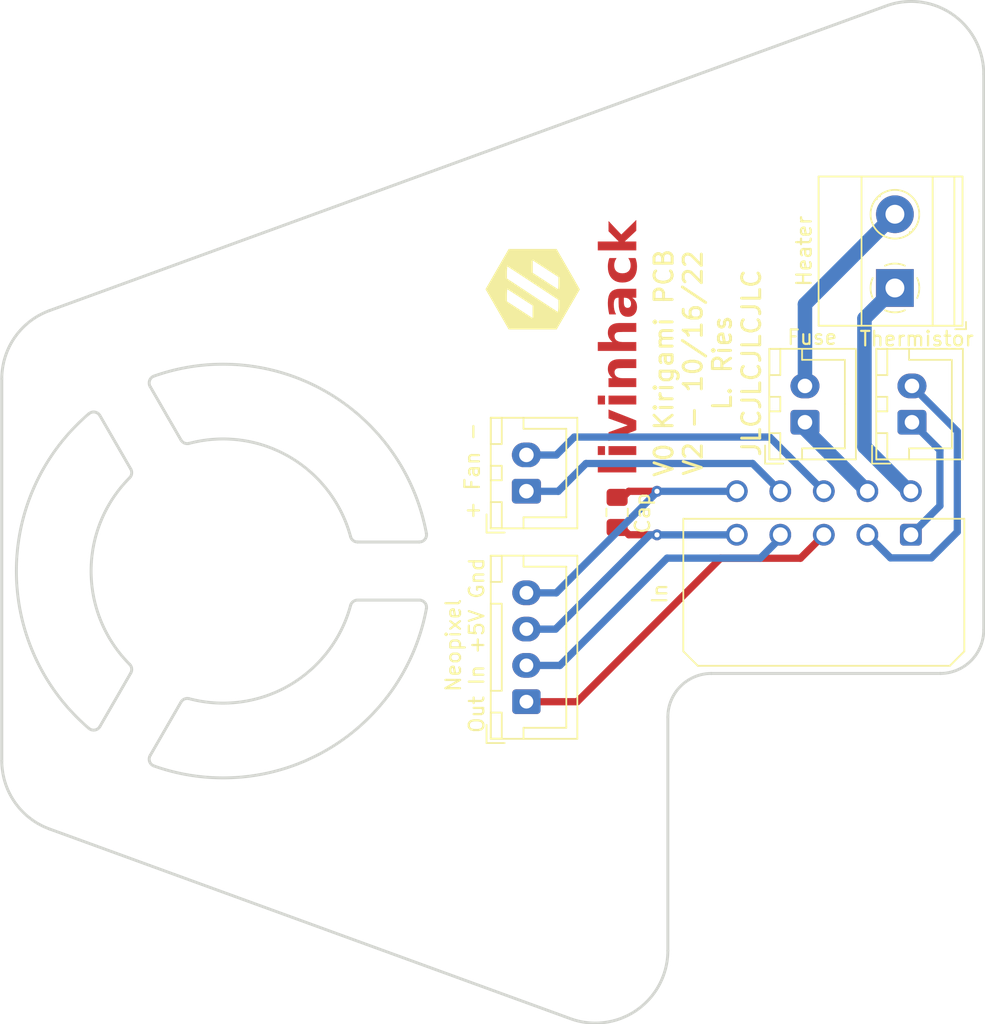
<source format=kicad_pcb>
(kicad_pcb (version 20221018) (generator pcbnew)
  (layers (0 "F.Cu" signal) (31 "B.Cu" signal) (34 "B.Paste" user) (35 "F.Paste" user) (36 "B.SilkS" user "B.Silkscreen") (37 "F.SilkS" user "F.Silkscreen") (38 "B.Mask" user) (39 "F.Mask" user) (44 "Edge.Cuts" user))
  (net 0 "")
  (net 1 "/Thermistor-Pad1")
  (net 2 "/Heater-Pad1")
  (net 3 "/Fuse")
  (net 4 "/Fan-")
  (net 5 "/Fan+")
  (net 6 "/NeopixelGND")
  (net 7 "/DataIn")
  (net 8 "/DataOut")
  (net 9 "/Neopixel5v")
  (net 10 "/Thermistor-Pad2")
  (net 11 "/Heater-Pad2")
  (footprint "MountingHole:MountingHole_3.2mm_M3" (layer "F.Cu") (at 168.69 52.6)
    (fp_text reference "H7" hide)
    (fp_text value "MountingHole_3.2mm_M3" hide)
    (pad "" np_thru_hole circle (at 0 0) (size 3.2 3.2) (drill 3.2) (layers "*.Cu" "*.Mask"))
  )
  (footprint "MountingHole:MountingHole_3.2mm_M3" (layer "F.Cu") (at 227.88 30.31)
    (fp_text reference "H4" hide)
    (fp_text value "MountingHole_3.2mm_M3" hide)
    (pad "" np_thru_hole circle (at 0 0) (size 3.2 3.2) (drill 3.2) (layers "*.Cu" "*.Mask"))
  )
  (footprint "Connector_JST:JST_XH_B2B-XH-A_1x02_P2.50mm_Vertical" (layer "F.Cu") (at 201.5 59 90)
    (fp_text reference "J5" hide)
    (fp_text value "Fan" hide)
    (fp_line (start -2.85 -2.75) (end -2.85 -1.5) (stroke (width 0.12)) (layer "F.SilkS"))
    (fp_line (start -2.56 -2.46) (end -2.56 3.51) (stroke (width 0.12)) (layer "F.SilkS"))
    (fp_line (start -2.56 3.51) (end 5.06 3.51) (stroke (width 0.12)) (layer "F.SilkS"))
    (fp_line (start -2.55 -2.45) (end -2.55 -1.7) (stroke (width 0.12)) (layer "F.SilkS"))
    (fp_line (start -2.55 -1.7) (end -0.75 -1.7) (stroke (width 0.12)) (layer "F.SilkS"))
    (fp_line (start -2.55 -0.2) (end -1.8 -0.2) (stroke (width 0.12)) (layer "F.SilkS"))
    (fp_line (start -1.8 -0.2) (end -1.8 2.75) (stroke (width 0.12)) (layer "F.SilkS"))
    (fp_line (start -1.8 2.75) (end 1.25 2.75) (stroke (width 0.12)) (layer "F.SilkS"))
    (fp_line (start -1.6 -2.75) (end -2.85 -2.75) (stroke (width 0.12)) (layer "F.SilkS"))
    (fp_line (start -0.75 -2.45) (end -2.55 -2.45) (stroke (width 0.12)) (layer "F.SilkS"))
    (fp_line (start -0.75 -1.7) (end -0.75 -2.45) (stroke (width 0.12)) (layer "F.SilkS"))
    (fp_line (start 0.75 -2.45) (end 0.75 -1.7) (stroke (width 0.12)) (layer "F.SilkS"))
    (fp_line (start 0.75 -1.7) (end 1.75 -1.7) (stroke (width 0.12)) (layer "F.SilkS"))
    (fp_line (start 1.75 -2.45) (end 0.75 -2.45) (stroke (width 0.12)) (layer "F.SilkS"))
    (fp_line (start 1.75 -1.7) (end 1.75 -2.45) (stroke (width 0.12)) (layer "F.SilkS"))
    (fp_line (start 3.25 -2.45) (end 3.25 -1.7) (stroke (width 0.12)) (layer "F.SilkS"))
    (fp_line (start 3.25 -1.7) (end 5.05 -1.7) (stroke (width 0.12)) (layer "F.SilkS"))
    (fp_line (start 4.3 -0.2) (end 4.3 2.75) (stroke (width 0.12)) (layer "F.SilkS"))
    (fp_line (start 4.3 2.75) (end 1.25 2.75) (stroke (width 0.12)) (layer "F.SilkS"))
    (fp_line (start 5.05 -2.45) (end 3.25 -2.45) (stroke (width 0.12)) (layer "F.SilkS"))
    (fp_line (start 5.05 -1.7) (end 5.05 -2.45) (stroke (width 0.12)) (layer "F.SilkS"))
    (fp_line (start 5.05 -0.2) (end 4.3 -0.2) (stroke (width 0.12)) (layer "F.SilkS"))
    (fp_line (start 5.06 -2.46) (end -2.56 -2.46) (stroke (width 0.12)) (layer "F.SilkS"))
    (fp_line (start 5.06 3.51) (end 5.06 -2.46) (stroke (width 0.12)) (layer "F.SilkS"))
    (pad "1" thru_hole roundrect (at 0 0 90) (size 1.7 2) (drill 1) (layers "*.Cu" "*.Mask") (roundrect_rratio 0.1470588235) (net 5 "/Fan+"))
    (pad "2" thru_hole oval (at 2.5 0 90) (size 1.7 2) (drill 1) (layers "*.Cu" "*.Mask") (net 4 "/Fan-"))
  )
  (footprint "Connector_JST:JST_XH_B2B-XH-A_1x02_P2.50mm_Vertical" (layer "F.Cu") (at 220.7 54.25 90)
    (fp_text reference "J4" hide)
    (fp_text value "Fuse" hide)
    (fp_line (start -2.85 -2.75) (end -2.85 -1.5) (stroke (width 0.12)) (layer "F.SilkS"))
    (fp_line (start -2.56 -2.46) (end -2.56 3.51) (stroke (width 0.12)) (layer "F.SilkS"))
    (fp_line (start -2.56 3.51) (end 5.06 3.51) (stroke (width 0.12)) (layer "F.SilkS"))
    (fp_line (start -2.55 -2.45) (end -2.55 -1.7) (stroke (width 0.12)) (layer "F.SilkS"))
    (fp_line (start -2.55 -1.7) (end -0.75 -1.7) (stroke (width 0.12)) (layer "F.SilkS"))
    (fp_line (start -2.55 -0.2) (end -1.8 -0.2) (stroke (width 0.12)) (layer "F.SilkS"))
    (fp_line (start -1.8 -0.2) (end -1.8 2.75) (stroke (width 0.12)) (layer "F.SilkS"))
    (fp_line (start -1.8 2.75) (end 1.25 2.75) (stroke (width 0.12)) (layer "F.SilkS"))
    (fp_line (start -1.6 -2.75) (end -2.85 -2.75) (stroke (width 0.12)) (layer "F.SilkS"))
    (fp_line (start -0.75 -2.45) (end -2.55 -2.45) (stroke (width 0.12)) (layer "F.SilkS"))
    (fp_line (start -0.75 -1.7) (end -0.75 -2.45) (stroke (width 0.12)) (layer "F.SilkS"))
    (fp_line (start 0.75 -2.45) (end 0.75 -1.7) (stroke (width 0.12)) (layer "F.SilkS"))
    (fp_line (start 0.75 -1.7) (end 1.75 -1.7) (stroke (width 0.12)) (layer "F.SilkS"))
    (fp_line (start 1.75 -2.45) (end 0.75 -2.45) (stroke (width 0.12)) (layer "F.SilkS"))
    (fp_line (start 1.75 -1.7) (end 1.75 -2.45) (stroke (width 0.12)) (layer "F.SilkS"))
    (fp_line (start 3.25 -2.45) (end 3.25 -1.7) (stroke (width 0.12)) (layer "F.SilkS"))
    (fp_line (start 3.25 -1.7) (end 5.05 -1.7) (stroke (width 0.12)) (layer "F.SilkS"))
    (fp_line (start 4.3 -0.2) (end 4.3 2.75) (stroke (width 0.12)) (layer "F.SilkS"))
    (fp_line (start 4.3 2.75) (end 1.25 2.75) (stroke (width 0.12)) (layer "F.SilkS"))
    (fp_line (start 5.05 -2.45) (end 3.25 -2.45) (stroke (width 0.12)) (layer "F.SilkS"))
    (fp_line (start 5.05 -1.7) (end 5.05 -2.45) (stroke (width 0.12)) (layer "F.SilkS"))
    (fp_line (start 5.05 -0.2) (end 4.3 -0.2) (stroke (width 0.12)) (layer "F.SilkS"))
    (fp_line (start 5.06 -2.46) (end -2.56 -2.46) (stroke (width 0.12)) (layer "F.SilkS"))
    (fp_line (start 5.06 3.51) (end 5.06 -2.46) (stroke (width 0.12)) (layer "F.SilkS"))
    (pad "1" thru_hole roundrect (at 0 0 90) (size 1.7 2) (drill 1) (layers "*.Cu" "*.Mask") (roundrect_rratio 0.1470588235) (net 3 "/Fuse"))
    (pad "2" thru_hole oval (at 2.5 0 90) (size 1.7 2) (drill 1) (layers "*.Cu" "*.Mask") (net 11 "/Heater-Pad2"))
  )
  (footprint "Connector_JST:JST_XH_B4B-XH-A_1x04_P2.50mm_Vertical" (layer "F.Cu") (at 201.5 73.5 90)
    (fp_text reference "J6" hide)
    (fp_text value "Neopixel" hide)
    (fp_line (start -2.85 -2.75) (end -2.85 -1.5) (stroke (width 0.12)) (layer "F.SilkS"))
    (fp_line (start -2.56 -2.46) (end -2.56 3.51) (stroke (width 0.12)) (layer "F.SilkS"))
    (fp_line (start -2.56 3.51) (end 10.06 3.51) (stroke (width 0.12)) (layer "F.SilkS"))
    (fp_line (start -2.55 -2.45) (end -2.55 -1.7) (stroke (width 0.12)) (layer "F.SilkS"))
    (fp_line (start -2.55 -1.7) (end -0.75 -1.7) (stroke (width 0.12)) (layer "F.SilkS"))
    (fp_line (start -2.55 -0.2) (end -1.8 -0.2) (stroke (width 0.12)) (layer "F.SilkS"))
    (fp_line (start -1.8 -0.2) (end -1.8 2.75) (stroke (width 0.12)) (layer "F.SilkS"))
    (fp_line (start -1.8 2.75) (end 3.75 2.75) (stroke (width 0.12)) (layer "F.SilkS"))
    (fp_line (start -1.6 -2.75) (end -2.85 -2.75) (stroke (width 0.12)) (layer "F.SilkS"))
    (fp_line (start -0.75 -2.45) (end -2.55 -2.45) (stroke (width 0.12)) (layer "F.SilkS"))
    (fp_line (start -0.75 -1.7) (end -0.75 -2.45) (stroke (width 0.12)) (layer "F.SilkS"))
    (fp_line (start 0.75 -2.45) (end 0.75 -1.7) (stroke (width 0.12)) (layer "F.SilkS"))
    (fp_line (start 0.75 -1.7) (end 6.75 -1.7) (stroke (width 0.12)) (layer "F.SilkS"))
    (fp_line (start 6.75 -2.45) (end 0.75 -2.45) (stroke (width 0.12)) (layer "F.SilkS"))
    (fp_line (start 6.75 -1.7) (end 6.75 -2.45) (stroke (width 0.12)) (layer "F.SilkS"))
    (fp_line (start 8.25 -2.45) (end 8.25 -1.7) (stroke (width 0.12)) (layer "F.SilkS"))
    (fp_line (start 8.25 -1.7) (end 10.05 -1.7) (stroke (width 0.12)) (layer "F.SilkS"))
    (fp_line (start 9.3 -0.2) (end 9.3 2.75) (stroke (width 0.12)) (layer "F.SilkS"))
    (fp_line (start 9.3 2.75) (end 3.75 2.75) (stroke (width 0.12)) (layer "F.SilkS"))
    (fp_line (start 10.05 -2.45) (end 8.25 -2.45) (stroke (width 0.12)) (layer "F.SilkS"))
    (fp_line (start 10.05 -1.7) (end 10.05 -2.45) (stroke (width 0.12)) (layer "F.SilkS"))
    (fp_line (start 10.05 -0.2) (end 9.3 -0.2) (stroke (width 0.12)) (layer "F.SilkS"))
    (fp_line (start 10.06 -2.46) (end -2.56 -2.46) (stroke (width 0.12)) (layer "F.SilkS"))
    (fp_line (start 10.06 3.51) (end 10.06 -2.46) (stroke (width 0.12)) (layer "F.SilkS"))
    (pad "1" thru_hole roundrect (at 0 0 90) (size 1.7 1.95) (drill 0.95) (layers "*.Cu" "*.Mask") (roundrect_rratio 0.1470588235) (net 8 "/DataOut"))
    (pad "2" thru_hole oval (at 2.5 0 90) (size 1.7 1.95) (drill 0.95) (layers "*.Cu" "*.Mask") (net 7 "/DataIn"))
    (pad "3" thru_hole oval (at 5 0 90) (size 1.7 1.95) (drill 0.95) (layers "*.Cu" "*.Mask") (net 9 "/Neopixel5v"))
    (pad "4" thru_hole oval (at 7.5 0 90) (size 1.7 1.95) (drill 0.95) (layers "*.Cu" "*.Mask") (net 6 "/NeopixelGND"))
  )
  (footprint "Connector_JST:JST_XH_B2B-XH-A_1x02_P2.50mm_Vertical" (layer "F.Cu") (at 228.075 54.25 90)
    (fp_text reference "J2" hide)
    (fp_text value "Thermistor" hide)
    (fp_line (start -2.85 -2.75) (end -2.85 -1.5) (stroke (width 0.12)) (layer "F.SilkS"))
    (fp_line (start -2.56 -2.46) (end -2.56 3.51) (stroke (width 0.12)) (layer "F.SilkS"))
    (fp_line (start -2.56 3.51) (end 5.06 3.51) (stroke (width 0.12)) (layer "F.SilkS"))
    (fp_line (start -2.55 -2.45) (end -2.55 -1.7) (stroke (width 0.12)) (layer "F.SilkS"))
    (fp_line (start -2.55 -1.7) (end -0.75 -1.7) (stroke (width 0.12)) (layer "F.SilkS"))
    (fp_line (start -2.55 -0.2) (end -1.8 -0.2) (stroke (width 0.12)) (layer "F.SilkS"))
    (fp_line (start -1.8 -0.2) (end -1.8 2.75) (stroke (width 0.12)) (layer "F.SilkS"))
    (fp_line (start -1.8 2.75) (end 1.25 2.75) (stroke (width 0.12)) (layer "F.SilkS"))
    (fp_line (start -1.6 -2.75) (end -2.85 -2.75) (stroke (width 0.12)) (layer "F.SilkS"))
    (fp_line (start -0.75 -2.45) (end -2.55 -2.45) (stroke (width 0.12)) (layer "F.SilkS"))
    (fp_line (start -0.75 -1.7) (end -0.75 -2.45) (stroke (width 0.12)) (layer "F.SilkS"))
    (fp_line (start 0.75 -2.45) (end 0.75 -1.7) (stroke (width 0.12)) (layer "F.SilkS"))
    (fp_line (start 0.75 -1.7) (end 1.75 -1.7) (stroke (width 0.12)) (layer "F.SilkS"))
    (fp_line (start 1.75 -2.45) (end 0.75 -2.45) (stroke (width 0.12)) (layer "F.SilkS"))
    (fp_line (start 1.75 -1.7) (end 1.75 -2.45) (stroke (width 0.12)) (layer "F.SilkS"))
    (fp_line (start 3.25 -2.45) (end 3.25 -1.7) (stroke (width 0.12)) (layer "F.SilkS"))
    (fp_line (start 3.25 -1.7) (end 5.05 -1.7) (stroke (width 0.12)) (layer "F.SilkS"))
    (fp_line (start 4.3 -0.2) (end 4.3 2.75) (stroke (width 0.12)) (layer "F.SilkS"))
    (fp_line (start 4.3 2.75) (end 1.25 2.75) (stroke (width 0.12)) (layer "F.SilkS"))
    (fp_line (start 5.05 -2.45) (end 3.25 -2.45) (stroke (width 0.12)) (layer "F.SilkS"))
    (fp_line (start 5.05 -1.7) (end 5.05 -2.45) (stroke (width 0.12)) (layer "F.SilkS"))
    (fp_line (start 5.05 -0.2) (end 4.3 -0.2) (stroke (width 0.12)) (layer "F.SilkS"))
    (fp_line (start 5.06 -2.46) (end -2.56 -2.46) (stroke (width 0.12)) (layer "F.SilkS"))
    (fp_line (start 5.06 3.51) (end 5.06 -2.46) (stroke (width 0.12)) (layer "F.SilkS"))
    (pad "1" thru_hole roundrect (at 0 0 90) (size 1.7 2) (drill 1) (layers "*.Cu" "*.Mask") (roundrect_rratio 0.1470588235) (net 1 "/Thermistor-Pad1"))
    (pad "2" thru_hole oval (at 2.5 0 90) (size 1.7 2) (drill 1) (layers "*.Cu" "*.Mask") (net 10 "/Thermistor-Pad2"))
  )
  (footprint "MountingHole:MountingHole_3.2mm_M3" (layer "F.Cu") (at 187.72 83.9)
    (fp_text reference "H1" hide)
    (fp_text value "MountingHole_3.2mm_M3" hide)
    (pad "" np_thru_hole circle (at 0 0) (size 3.2 3.2) (drill 3.2) (layers "*.Cu" "*.Mask"))
  )
  (footprint "MountingHole:MountingHole_3.2mm_M3" (layer "F.Cu") (at 192.49 76.4)
    (fp_text reference "H6" hide)
    (fp_text value "MountingHole_3.2mm_M3" hide)
    (pad "" np_thru_hole circle (at 0 0) (size 3.2 3.2) (drill 3.2) (layers "*.Cu" "*.Mask"))
  )
  (footprint "KiriPCB:METZ CONNECT USA Inc. - TERM BLK 2P SIDE ENT 5.08MM PCB" (layer "F.Cu") (at 226.9 45 90)
    (fp_text reference "J3" hide)
    (fp_text value "Heater" hide)
    (fp_line (start -2.84 4.16) (end -2.84 4.9) (stroke (width 0.12)) (layer "F.SilkS"))
    (fp_line (start -2.84 4.9) (end -2.34 4.9) (stroke (width 0.12)) (layer "F.SilkS"))
    (fp_line (start -2.6 -5.261) (end -2.6 4.66) (stroke (width 0.12)) (layer "F.SilkS"))
    (fp_line (start -2.6 -5.261) (end 7.68 -5.261) (stroke (width 0.12)) (layer "F.SilkS"))
    (fp_line (start -2.6 -2.301) (end 7.68 -2.301) (stroke (width 0.12)) (layer "F.SilkS"))
    (fp_line (start -2.6 2.6) (end 7.68 2.6) (stroke (width 0.12)) (layer "F.SilkS"))
    (fp_line (start -2.6 4.1) (end 7.68 4.1) (stroke (width 0.12)) (layer "F.SilkS"))
    (fp_line (start -2.6 4.66) (end 7.68 4.66) (stroke (width 0.12)) (layer "F.SilkS"))
    (fp_line (start 3.853 1.023) (end 3.806 1.069) (stroke (width 0.12)) (layer "F.SilkS"))
    (fp_line (start 4.046 1.239) (end 4.011 1.274) (stroke (width 0.12)) (layer "F.SilkS"))
    (fp_line (start 6.15 -1.275) (end 6.115 -1.239) (stroke (width 0.12)) (layer "F.SilkS"))
    (fp_line (start 6.355 -1.069) (end 6.308 -1.023) (stroke (width 0.12)) (layer "F.SilkS"))
    (fp_line (start 7.68 -5.261) (end 7.68 4.66) (stroke (width 0.12)) (layer "F.SilkS"))
    (fp_arc (start -1.535427 0.683042) (mid -1.680501 -0.000524) (end -1.535 -0.684) (stroke (width 0.12)) (layer "F.SilkS"))
    (fp_arc (start -0.683042 -1.535427) (mid 0.000524 -1.680501) (end 0.684 -1.535) (stroke (width 0.12)) (layer "F.SilkS"))
    (fp_arc (start 0.028805 1.680253) (mid -0.335551 1.646659) (end -0.684 1.535) (stroke (width 0.12)) (layer "F.SilkS"))
    (fp_arc (start 0.683318 1.534756) (mid 0.349292 1.643288) (end 0 1.68) (stroke (width 0.12)) (layer "F.SilkS"))
    (fp_arc (start 1.535427 -0.683042) (mid 1.680501 0.000524) (end 1.535 0.684) (stroke (width 0.12)) (layer "F.SilkS"))
    (fp_circle (center 5.08 0) (end 6.76 0) (stroke (width 0.12)) (fill none) (layer "F.SilkS"))
    (pad "1" thru_hole rect (at 0 0 90) (size 2.6 2.6) (drill 1.3) (layers "*.Cu" "*.Mask") (net 2 "/Heater-Pad1"))
    (pad "2" thru_hole circle (at 5.08 0 90) (size 2.6 2.6) (drill 1.3) (layers "*.Cu" "*.Mask") (net 11 "/Heater-Pad2"))
  )
  (footprint "Capacitor_SMD:C_0805_2012Metric_Pad1.18x1.45mm_HandSolder" (layer "F.Cu") (at 207.75 60.4625 90)
    (fp_text reference "C1" hide)
    (fp_text value "Cap" hide)
    (fp_line (start -0.261252 -0.735) (end 0.261252 -0.735) (stroke (width 0.12)) (layer "F.SilkS"))
    (fp_line (start -0.261252 0.735) (end 0.261252 0.735) (stroke (width 0.12)) (layer "F.SilkS"))
    (pad "1" smd roundrect (at -1.0375 0 90) (size 1.175 1.45) (layers "F.Cu" "F.Paste" "F.Mask") (roundrect_rratio 0.2127659574) (net 9 "/Neopixel5v"))
    (pad "2" smd roundrect (at 1.0375 0 90) (size 1.175 1.45) (layers "F.Cu" "F.Paste" "F.Mask") (roundrect_rratio 0.2127659574) (net 6 "/NeopixelGND"))
  )
  (footprint "MountingHole:MountingHole_3.2mm_M3" (layer "F.Cu") (at 187.71 44.92)
    (fp_text reference "H3" hide)
    (fp_text value "MountingHole_3.2mm_M3" hide)
    (pad "" np_thru_hole circle (at 0 0) (size 3.2 3.2) (drill 3.2) (layers "F&B.Cu" "*.Mask"))
  )
  (footprint "MountingHole:MountingHole_3.2mm_M3" (layer "F.Cu") (at 192.49 52.6)
    (fp_text reference "H8" hide)
    (fp_text value "MountingHole_3.2mm_M3" hide)
    (pad "" np_thru_hole circle (at 0 0) (size 3.2 3.2) (drill 3.2) (layers "*.Cu" "*.Mask"))
  )
  (footprint "MountingHole:MountingHole_3.2mm_M3" (layer "F.Cu") (at 168.69 76.4)
    (fp_text reference "H5" hide)
    (fp_text value "MountingHole_3.2mm_M3" hide)
    (pad "" np_thru_hole circle (at 0 0) (size 3.2 3.2) (drill 3.2) (layers "*.Cu" "*.Mask"))
  )
  (footprint "MountingHole:MountingHole_3.2mm_M3" (layer "F.Cu") (at 206.25 90.64)
    (fp_text reference "H2" hide)
    (fp_text value "MountingHole_3.2mm_M3" hide)
    (pad "" np_thru_hole circle (at 0 0) (size 3.2 3.2) (drill 3.2) (layers "*.Cu" "*.Mask"))
  )
  (footprint "KiriPCB:Molex_Micro-Fit_3.0_43045-1000_2x05_P3.00mm_Horizontal" (layer "F.Cu") (at 228 62 180)
    (fp_text reference "J1" hide)
    (fp_text value "In" hide)
    (fp_line (start -3.685 -8.03) (end -2.685 -9.03) (stroke (width 0.12)) (layer "F.SilkS"))
    (fp_line (start -3.685 1.1) (end -3.685 -8.03) (stroke (width 0.12)) (layer "F.SilkS"))
    (fp_line (start -2.685 -9.03) (end 14.685 -9.03) (stroke (width 0.12)) (layer "F.SilkS"))
    (fp_line (start 14.685 -9.03) (end 15.685 -8.03) (stroke (width 0.12)) (layer "F.SilkS"))
    (fp_line (start 15.685 -8.03) (end 15.685 1.1) (stroke (width 0.12)) (layer "F.SilkS"))
    (fp_line (start 15.685 1.1) (end -3.685 1.1) (stroke (width 0.12)) (layer "F.SilkS"))
    (pad "" np_thru_hole circle (at 2.16 -4.32 180) (size 3 3) (drill 3) (layers "*.Cu" "*.Mask"))
    (pad "" np_thru_hole circle (at 9.86 -4.32 180) (size 3 3) (drill 3) (layers "*.Cu" "*.Mask"))
    (pad "1" thru_hole roundrect (at 0 0 180) (size 1.5 1.5) (drill 1.02) (layers "*.Cu" "*.Mask") (roundrect_rratio 0.1666673333) (net 1 "/Thermistor-Pad1"))
    (pad "2" thru_hole circle (at 3 0 180) (size 1.5 1.5) (drill 1.02) (layers "*.Cu" "*.Mask") (net 10 "/Thermistor-Pad2"))
    (pad "3" thru_hole circle (at 6 0 180) (size 1.5 1.5) (drill 1.02) (layers "*.Cu" "*.Mask") (net 8 "/DataOut"))
    (pad "4" thru_hole circle (at 9 0 180) (size 1.5 1.5) (drill 1.02) (layers "*.Cu" "*.Mask") (net 7 "/DataIn"))
    (pad "5" thru_hole circle (at 12 0 180) (size 1.5 1.5) (drill 1.02) (layers "*.Cu" "*.Mask") (net 9 "/Neopixel5v"))
    (pad "6" thru_hole circle (at 0 3 180) (size 1.5 1.5) (drill 1.02) (layers "*.Cu" "*.Mask") (net 2 "/Heater-Pad1"))
    (pad "7" thru_hole circle (at 3 3 180) (size 1.5 1.5) (drill 1.02) (layers "*.Cu" "*.Mask") (net 3 "/Fuse"))
    (pad "8" thru_hole circle (at 6 3 180) (size 1.5 1.5) (drill 1.02) (layers "*.Cu" "*.Mask") (net 4 "/Fan-"))
    (pad "9" thru_hole circle (at 9 3 180) (size 1.5 1.5) (drill 1.02) (layers "*.Cu" "*.Mask") (net 5 "/Fan+"))
    (pad "10" thru_hole circle (at 12 3 180) (size 1.5 1.5) (drill 1.02) (layers "*.Cu" "*.Mask") (net 6 "/NeopixelGND"))
  )
  (footprint "TRA_KiCad_Footprints:VoronLogo_6pt5mm_silkScreen" (layer "F.Cu") (at 201.93 45.085 90)
    (fp_text reference "G***" hide)
    (fp_text value "LOGO" hide)
    (fp_poly (pts (xy 2.7686 -1.64985) (xy 2.7686 1.649849) (xy 1.379308 2.450524) (xy 1.039339 2.646185) (xy 0.729012 2.824267) (xy 0.458882 2.978754) (xy 0.239505 3.10363) (xy 0.081439 3.192877) (xy -0.004761 3.240478) (xy -0.017692 3.24677) (xy -0.061819 3.221166) (xy -0.183209 3.150713) (xy -0.371255 3.041566) (xy -0.615351 2.899881) (xy -0.904891 2.731815) (xy -1.229269 2.543525) (xy -1.397 2.446162) (xy -2.622352 1.734876) (xy -1.566334 1.734876) (xy -1.527559 1.754402) (xy -1.409521 1.769187) (xy -1.234533 1.776891) (xy -1.159934 1.777479) (xy -0.7366 1.776959) (xy -0.722179 1.755076) (xy 0 1.755076) (xy 0.04685 1.765563) (xy 0.171616 1.7735) (xy 0.350623 1.777596) (xy 0.4191 1.777886) (xy 0.8382 1.777772) (xy 1.3208 1.034043) (xy 1.485838 0.779678) (xy 1.637963 0.545166) (xy 1.765863 0.347951) (xy 1.858223 0.205476) (xy 1.897288 0.145156) (xy 1.991177 0) (xy 1.129093 0) (xy 0.564546 0.866076) (xy 0.394034 1.128735) (xy 0.244186 1.361619) (xy 0.123286 1.551683) (xy 0.039618 1.685882) (xy 0.001465 1.751172) (xy 0 1.755076) (xy -0.722179 1.755076) (xy 0.4064 0.042603) (xy 0.654036 -0.333568) (xy 0.884037 -0.683745) (xy 1.09042 -0.998762) (xy 1.267202 -1.269449) (xy 1.408399 -1.486639) (xy 1.508029 -1.641163) (xy 1.560108 -1.723852) (xy 1.566333 -1.734877) (xy 1.527558 -1.754403) (xy 1.40952 -1.769188) (xy 1.234532 -1.776892) (xy 1.159933 -1.77748) (xy 0.7366 -1.77696) (xy -0.4064 -0.042604) (xy -0.654037 0.333567) (xy -0.884038 0.683744) (xy -1.090421 0.998761) (xy -1.267203 1.269448) (xy -1.4084 1.486638) (xy -1.50803 1.641162) (xy -1.560109 1.723851) (xy -1.566334 1.734876) (xy -2.622352 1.734876) (xy -2.7686 1.649983) (xy -2.7686 0) (xy -1.991178 0) (xy -1.129094 0) (xy -0.564547 -0.866077) (xy -0.394035 -1.128736) (xy -0.244187 -1.36162) (xy -0.123287 -1.551684) (xy -0.039619 -1.685883) (xy -0.001466 -1.751173) (xy 0 -1.755077) (xy -0.046851 -1.765564) (xy -0.171617 -1.773501) (xy -0.350624 -1.777597) (xy -0.4191 -1.777887) (xy -0.8382 -1.777773) (xy -1.3208 -1.034044) (xy -1.485839 -0.779679) (xy -1.637964 -0.545167) (xy -1.765864 -0.347952) (xy -1.858224 -0.205477) (xy -1.897289 -0.145157) (xy -1.991178 0) (xy -2.7686 0) (xy -2.7686 -1.64985) (xy 0 -3.245448) (xy 2.7686 -1.64985)) (stroke (width 0.01)) (fill solid) (layer "F.SilkS"))
  )
  (gr_arc (start 172.101012 75.210523) (mid 171.752778 75.453283) (end 171.343436 75.340863) (stroke (width 0.2)) (layer "Edge.Cuts"))
  (gr_arc (start 189.379488 66.870943) (mid 185.143472 72.381983) (end 178.252763 73.294961) (stroke (width 0.2)) (layer "Edge.Cuts"))
  (gr_arc (start 211.25 90.643704) (mid 209.117882 94.739463) (end 204.539899 95.342167) (stroke (width 0.2)) (layer "Edge.Cuts"))
  (gr_arc (start 189.379488 66.870943) (mid 189.558183 66.604222) (end 189.862236 66.501151) (stroke (width 0.2)) (layer "Edge.Cuts"))
  (gr_arc (start 178.252763 55.707342) (mid 185.143471 56.620321) (end 189.379488 62.13136) (stroke (width 0.2)) (layer "Edge.Cuts"))
  (gr_line (start 175.565113 77.210523) (end 177.69114 73.528137) (stroke (width 0.2)) (layer "Edge.Cuts"))
  (gr_arc (start 174.148163 70.925169) (mid 171.493471 64.501151) (end 174.148163 58.077134) (stroke (width 0.2)) (layer "Edge.Cuts"))
  (gr_arc (start 194.605954 67.09206) (mid 187.718471 76.842013) (end 175.831023 77.931773) (stroke (width 0.2)) (layer "Edge.Cuts"))
  (gr_line (start 204.539899 95.342167) (end 168.628944 82.271648) (stroke (width 0.2)) (layer "Edge.Cuts"))
  (gr_arc (start 177.69114 73.528137) (mid 177.932429 73.316356) (end 178.252763 73.294961) (stroke (width 0.2)) (layer "Edge.Cuts"))
  (gr_line (start 165.339045 77.573185) (end 165.339045 51.255714) (stroke (width 0.2)) (layer "Edge.Cuts"))
  (gr_line (start 230.023094 71.556634) (end 214.25 71.556634) (stroke (width 0.2)) (layer "Edge.Cuts"))
  (gr_line (start 194.114288 62.501151) (end 189.862236 62.501151) (stroke (width 0.2)) (layer "Edge.Cuts"))
  (gr_line (start 172.101012 53.79178) (end 174.227038 57.474166) (stroke (width 0.2)) (layer "Edge.Cuts"))
  (gr_line (start 211.25 74.556634) (end 211.25 90.643704) (stroke (width 0.2)) (layer "Edge.Cuts"))
  (gr_arc (start 211.25 74.556634) (mid 212.12868 72.435314) (end 214.25 71.556634) (stroke (width 0.2)) (layer "Edge.Cuts"))
  (gr_arc (start 168.628944 82.271648) (mid 166.243285 80.441067) (end 165.339045 77.573185) (stroke (width 0.2)) (layer "Edge.Cuts"))
  (gr_line (start 177.69114 55.474166) (end 175.565113 51.79178) (stroke (width 0.2)) (layer "Edge.Cuts"))
  (gr_arc (start 165.339045 51.255714) (mid 166.243285 48.387832) (end 168.628944 46.557251) (stroke (width 0.2)) (layer "Edge.Cuts"))
  (gr_line (start 233.023072 30.260446) (end 233.023072 68.545106) (stroke (width 0.2)) (layer "Edge.Cuts"))
  (gr_arc (start 171.343436 53.661439) (mid 171.752778 53.54902) (end 172.101012 53.79178) (stroke (width 0.2)) (layer "Edge.Cuts"))
  (gr_line (start 174.227038 71.528137) (end 172.101012 75.210523) (stroke (width 0.2)) (layer "Edge.Cuts"))
  (gr_arc (start 194.605954 61.910242) (mid 194.498641 62.320952) (end 194.114288 62.501151) (stroke (width 0.2)) (layer "Edge.Cuts"))
  (gr_arc (start 175.831023 77.931773) (mid 175.528994 77.633482) (end 175.565113 77.210523) (stroke (width 0.2)) (layer "Edge.Cuts"))
  (gr_arc (start 174.148163 70.925169) (mid 174.289801 71.213284) (end 174.227038 71.528137) (stroke (width 0.2)) (layer "Edge.Cuts"))
  (gr_line (start 168.628944 46.557251) (end 226.312971 25.561983) (stroke (width 0.2)) (layer "Edge.Cuts"))
  (gr_arc (start 226.312971 25.561983) (mid 230.890954 26.164686) (end 233.023072 30.260446) (stroke (width 0.2)) (layer "Edge.Cuts"))
  (gr_line (start 189.862236 66.501151) (end 194.114288 66.501151) (stroke (width 0.2)) (layer "Edge.Cuts"))
  (gr_arc (start 175.831023 51.07053) (mid 187.718471 52.160289) (end 194.605954 61.910242) (stroke (width 0.2)) (layer "Edge.Cuts"))
  (gr_arc (start 175.565113 51.79178) (mid 175.528994 51.368821) (end 175.831023 51.07053) (stroke (width 0.2)) (layer "Edge.Cuts"))
  (gr_arc (start 171.343436 75.340863) (mid 166.343471 64.501151) (end 171.343436 53.661439) (stroke (width 0.2)) (layer "Edge.Cuts"))
  (gr_arc (start 233.023072 68.545106) (mid 232.148486 70.673875) (end 230.023094 71.556634) (stroke (width 0.2)) (layer "Edge.Cuts"))
  (gr_arc (start 178.252763 55.707342) (mid 177.932429 55.685947) (end 177.69114 55.474166) (stroke (width 0.2)) (layer "Edge.Cuts"))
  (gr_arc (start 194.114288 66.501151) (mid 194.498641 66.68135) (end 194.605954 67.09206) (stroke (width 0.2)) (layer "Edge.Cuts"))
  (gr_arc (start 189.862236 62.501151) (mid 189.558183 62.39808) (end 189.379488 62.13136) (stroke (width 0.2)) (layer "Edge.Cuts"))
  (gr_arc (start 174.227038 57.474166) (mid 174.289801 57.789019) (end 174.148163 58.077134) (stroke (width 0.2)) (layer "Edge.Cuts"))
  (gr_text "livinhack" (at 209.5 58 90) (layer "F.Cu") (effects (font (size 2.5 2.5) (thickness 0.3) bold) (justify left bottom)))
  (gr_text "V0 Kirigami PCB\nV2 - 10/16/22\nL. Ries\nJLCJLCJLCJLC" (at 213.995 50.165 90) (layer "F.SilkS") (effects (font (size 1.25 1.25) (thickness 0.2))))
  (gr_text "Heater" (at 220.64 42.46 90) (layer "F.SilkS") (effects (font (size 1 1))))
  (gr_text "+ Fan -" (at 197.77 57.61 90) (layer "F.SilkS") (effects (font (size 1 1))))
  (gr_text "Cap" (at 209.51 60.52 90) (layer "F.SilkS") (effects (font (size 1 1))))
  (gr_text "Thermistor" (at 228.4 48.5) (layer "F.SilkS") (effects (font (size 1 1))))
  (gr_text "Fuse" (at 221.2 48.4) (layer "F.SilkS") (effects (font (size 1 1))))
  (gr_text "In\n" (at 210.69 66.06 90) (layer "F.SilkS") (effects (font (size 1 1))))
  (gr_text "Neopixel\nOut In +5V Gnd" (at 197.27 69.62 90) (layer "F.SilkS") (effects (font (size 1 1))))
  (segment (start 230.0011 60.0086) (end 230.0011 56.1761) (width 0.5) (layer "B.Cu") (net 1))
  (segment (start 228.0011 62.0086) (end 230.0011 60.0086) (width 0.5) (layer "B.Cu") (net 1))
  (segment (start 230.0011 56.1761) (end 228.075 54.25) (width 0.5) (layer "B.Cu") (net 1))
  (segment (start 227.876356 59.0086) (end 224.8 55.932244) (width 1) (layer "B.Cu") (net 2))
  (segment (start 224.8 47.1) (end 226.9 45) (width 1) (layer "B.Cu") (net 2))
  (segment (start 224.8 55.932244) (end 224.8 47.1) (width 1) (layer "B.Cu") (net 2))
  (segment (start 224.9986 59.0086) (end 220.7 54.71) (width 1) (layer "B.Cu") (net 3))
  (segment (start 220.7 54.71) (end 220.7 54.25) (width 1) (layer "B.Cu") (net 3))
  (segment (start 218.2625 55.27) (end 222.0011 59.0086) (width 0.5) (layer "B.Cu") (net 4))
  (segment (start 203.5614 56.5086) (end 204.8 55.27) (width 0.5) (layer "B.Cu") (net 4))
  (segment (start 204.8 55.27) (end 218.2625 55.27) (width 0.5) (layer "B.Cu") (net 4))
  (segment (start 201.5061 56.5086) (end 203.5614 56.5086) (width 0.5) (layer "B.Cu") (net 4))
  (segment (start 203.6914 59.0086) (end 205.6088 57.0912) (width 0.5) (layer "B.Cu") (net 5))
  (segment (start 217.088212 57.0912) (end 219.0011 59.004088) (width 0.5) (layer "B.Cu") (net 5))
  (segment (start 205.6088 57.0912) (end 217.088212 57.0912) (width 0.5) (layer "B.Cu") (net 5))
  (segment (start 201.5061 59.0086) (end 203.6914 59.0086) (width 0.5) (layer "B.Cu") (net 5))
  (segment (start 208.5561 59.0086) (end 208.0011 59.5636) (width 0.5) (layer "F.Cu") (net 6))
  (segment (start 210.5011 59.0086) (end 208.5561 59.0086) (width 0.5) (layer "F.Cu") (net 6))
  (via (at 210.5011 59.0086) (size 0.7564) (drill 0.35) (layers "F.Cu" "B.Cu") (net 6))
  (segment (start 210.5011 59.0589) (end 203.5564 66.0036) (width 0.5) (layer "B.Cu") (net 6))
  (segment (start 203.5564 66.0036) (end 201.5011 66.0036) (width 0.5) (layer "B.Cu") (net 6))
  (segment (start 210.5011 59.0086) (end 210.5011 59.0589) (width 0.5) (layer "B.Cu") (net 6))
  (segment (start 216.0011 59.0086) (end 210.5011 59.0086) (width 0.5) (layer "B.Cu") (net 6))
  (segment (start 203.8064 71.0036) (end 201.5011 71.0036) (width 0.5) (layer "B.Cu") (net 7))
  (segment (start 211.1974 63.6126) (end 203.8064 71.0036) (width 0.5) (layer "B.Cu") (net 7))
  (segment (start 219.0011 62.2336) (end 217.6221 63.6126) (width 0.5) (layer "B.Cu") (net 7))
  (segment (start 217.6221 63.6126) (end 211.1974 63.6126) (width 0.5) (layer "B.Cu") (net 7))
  (segment (start 214.8847 63.62) (end 205.0011 73.5036) (width 0.5) (layer "F.Cu") (net 8))
  (segment (start 220.3897 63.62) (end 214.8847 63.62) (width 0.5) (layer "F.Cu") (net 8))
  (segment (start 222.0011 62.0086) (end 220.3897 63.62) (width 0.5) (layer "F.Cu") (net 8))
  (segment (start 205.0011 73.5036) (end 201.5011 73.5036) (width 0.5) (layer "F.Cu") (net 8))
  (segment (start 208.5575 62) (end 208.0011 61.4436) (width 0.5) (layer "F.Cu") (net 9))
  (segment (start 210.4925 62) (end 208.5575 62) (width 0.5) (layer "F.Cu") (net 9))
  (segment (start 210.5011 62.0086) (end 210.4925 62) (width 0.5) (layer "F.Cu") (net 9))
  (via (at 210.5 62.0086) (size 0.7564) (drill 0.35) (layers "F.Cu" "B.Cu") (net 9))
  (segment (start 216.0011 62.0086) (end 210.5011 62.0086) (width 0.5) (layer "B.Cu") (net 9))
  (segment (start 210.0011 62.0086) (end 203.5061 68.5036) (width 0.5) (layer "B.Cu") (net 9))
  (segment (start 203.5061 68.5036) (end 201.5011 68.5036) (width 0.5) (layer "B.Cu") (net 9))
  (segment (start 210.5011 62.0086) (end 210.0011 62.0086) (width 0.5) (layer "B.Cu") (net 9))
  (segment (start 229.4101 63.5946) (end 231.2 61.8047) (width 0.5) (layer "B.Cu") (net 10))
  (segment (start 225 62) (end 226.5946 63.5946) (width 0.5) (layer "B.Cu") (net 10))
  (segment (start 231.2 54.875) (end 228.075 51.75) (width 0.5) (layer "B.Cu") (net 10))
  (segment (start 231.2 61.8047) (end 231.2 54.875) (width 0.5) (layer "B.Cu") (net 10))
  (segment (start 226.5946 63.5946) (end 229.4101 63.5946) (width 0.5) (layer "B.Cu") (net 10))
  (segment (start 220.7 51.75) (end 220.7 46.12) (width 1) (layer "B.Cu") (net 11))
  (segment (start 220.7 46.12) (end 226.9 39.92) (width 1) (layer "B.Cu") (net 11))
)
</source>
